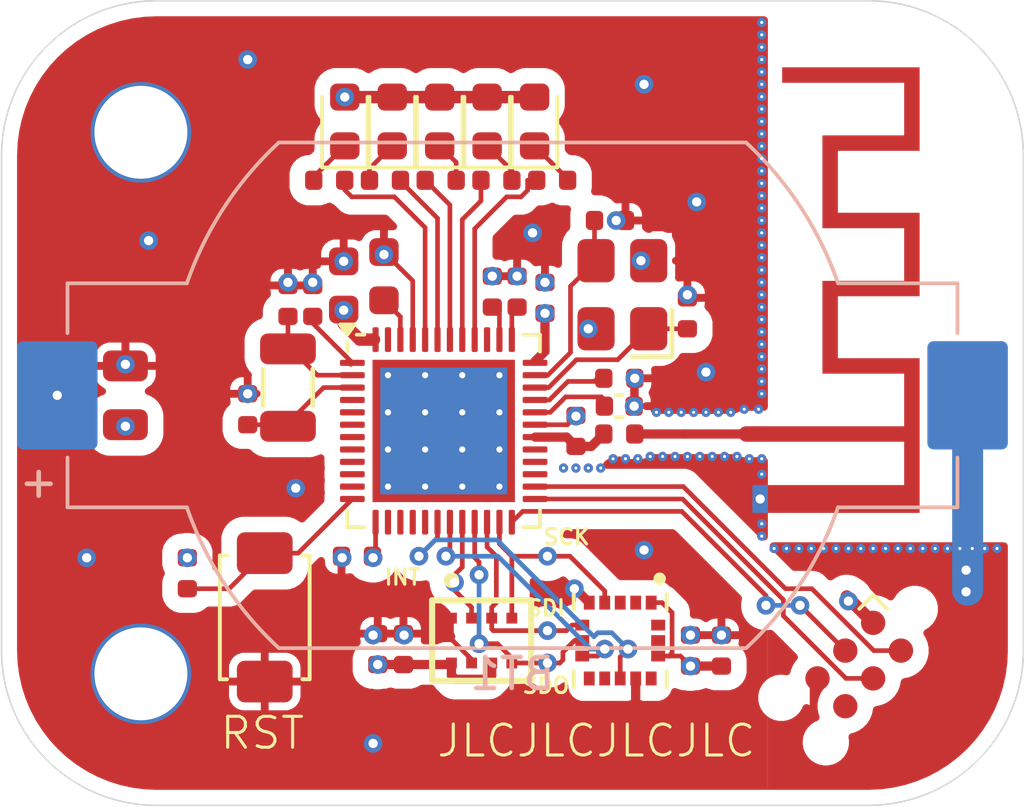
<source format=kicad_pcb>
(kicad_pcb (version 20241229) (generator "pcbnew") (generator_version "9.0")
  (layers (0 "F.Cu" signal "Top Layer") (4 "In1.Cu" signal) (6 "In2.Cu" signal) (2 "B.Cu" signal "Bottom Layer") (13 "F.Paste" user "Top Paste") (15 "B.Paste" user "Bottom Paste") (5 "F.SilkS" user "Top Overlay") (7 "B.SilkS" user "Bottom Overlay") (1 "F.Mask" user "Top Solder") (3 "B.Mask" user "Bottom Solder") (25 "Edge.Cuts" user))
  (property "ADDRESS1" "")
  (property "ADDRESS2" "")
  (property "ADDRESS3" "")
  (property "ADDRESS4" "")
  (property "DOCUMENTNUMBER" "")
  (property "DOCUMENTSIZE" "A4")
  (property "DRAWNBY" "wadeb")
  (property "ORGANIZATION" "Brainerd Race Team")
  (property "PCANAME" "Tire Sensor")
  (property "PROJECTNUMBER" "")
  (property "SHEETTOTAL" "1")
  (net 0 "")
  (net 1 "VDD_NRF")
  (net 3 "GND")
  (net 4 "/XC1")
  (net 5 "/XC2")
  (net 6 "Net-(U1-ANT)")
  (net 7 "/DEC1")
  (net 8 "/DEC2")
  (net 9 "/DEC3")
  (net 10 "/DEC4")
  (net 11 "/P0.00{slash}XL1")
  (net 12 "/P0.01{slash}XL2")
  (net 13 "/P0.25")
  (net 14 "Net-(U1-P0.26)")
  (net 15 "/SWCLK")
  (net 16 "/nRESET")
  (net 17 "/SWDIO")
  (net 18 "/RF")
  (net 19 "/SDO")
  (net 21 "/CS_DPS368")
  (net 23 "Net-(D1-K)")
  (net 26 "Net-(D2-K)")
  (net 27 "/SDI")
  (net 28 "Net-(D3-K)")
  (net 33 "/SCK")
  (net 35 "/INT_LIS3DHTR")
  (net 36 "Net-(D4-K)")
  (net 38 "/CS_LIS3DHTR")
  (net 39 "Net-(D5-K)")
  (net 52 "/LED0")
  (net 53 "/LED1")
  (net 54 "/LED2")
  (net 55 "/LED3")
  (net 56 "/LED4")
  (net 57 "/BTN")
  (footprint "PCM_JLCPCB:C_0402" (layer "F.Cu") (at 172.46656 101.290685 90)
    (property "Reference" "C13" (hide yes))
    (property "Value" "12pF" (hide yes))
  )
  (footprint "PCM_JLCPCB:R_0402" (layer "F.Cu") (at 171.79906 97.690685 180)
    (property "Reference" "R2" (hide yes))
    (property "Value" "1kΩ" (hide yes))
  )
  (footprint "PCM_JLCPCB:C_0402" (layer "F.Cu") (at 168.79656 112.840685 90)
    (property "Reference" "C18" (hide yes))
    (property "Value" "100nF" (hide yes))
  )
  (footprint "PCM_JLCPCB:C_0402" (layer "F.Cu") (at 167.29656 109.840685 180)
    (property "Reference" "C5" (hide yes))
    (property "Value" "100nF" (hide yes))
  )
  (footprint "PCM_JLCPCB:C_0402" (layer "F.Cu") (at 167.96656 112.840685 90)
    (property "Reference" "C19" (hide yes))
    (property "Value" "10uF" (hide yes))
  )
  (footprint "PCM_JLCPCB:R_0402" (layer "F.Cu") (at 161.81656 110.390685 -90)
    (property "Reference" "R6" (hide yes))
    (property "Value" "10kΩ" (hide yes))
  )
  (footprint "PCM_JLCPCB:R_0402" (layer "F.Cu") (at 169.99906 97.690685 180)
    (property "Reference" "R3" (hide yes))
    (property "Value" "1kΩ" (hide yes))
  )
  (footprint "PCM_JLCPCB:C_0402" (layer "F.Cu") (at 175.46656 98.990685)
    (property "Reference" "C2" (hide yes))
    (property "Value" "12pF" (hide yes))
  )
  (footprint "RF_Antenna:Texas_SWRA117D_2.4GHz_Left" (layer "F.Cu") (at 180.31656 105.890685 -90)
    (property "Reference" "AE1" (hide yes))
    (property "Value" "Antenna_Shield" (hide yes))
  )
  (footprint "PCM_JLCPCB:C_0402" (layer "F.Cu") (at 177.96656 101.990685 90)
    (property "Reference" "C1" (hide yes))
    (property "Value" "12pF" (hide yes))
  )
  (footprint "PCM_JLCPCB:C_0805" (layer "F.Cu") (at 159.81656 104.640685 90)
    (property "Reference" "C15" (hide yes))
    (property "Value" "47uF" (hide yes))
  )
  (footprint "PCM_JLCPCB:L_0402" (layer "F.Cu") (at 175.76656 105.890685)
    (property "Reference" "L1" (hide yes))
    (property "Value" "3.9nH" (hide yes))
  )
  (footprint "PCM_JLCPCB:C_0402" (layer "F.Cu") (at 163.76656 105.090685 -90)
    (property "Reference" "C12" (hide yes))
    (property "Value" "12pF" (hide yes))
  )
  (footprint "PCM_JLCPCB:C_0402" (layer "F.Cu") (at 165.06656 101.590685 -90)
    (property "Reference" "C11" (hide yes))
    (property "Value" "12pF" (hide yes))
  )
  (footprint "Connector:Tag-Connect_TC2030-IDC-NL_2x03_P1.27mm_Vertical" (layer "F.Cu") (at 183.515573 113.339698 -135)
    (property "Reference" "J1" (hide yes))
    (property "Value" "Conn_02x05_Odd_Even" (hide yes))
  )
  (footprint "Package_DFN_QFN:QFN-48-1EP_6x6mm_P0.4mm_EP4.6x4.6mm_ThermalVias" (layer "F.Cu") (at 170.09656 105.790685)
    (property "Reference" "U1" (hide yes))
    (property "Value" "~" (hide yes))
  )
  (footprint "PCM_JLCPCB:C_0603" (layer "F.Cu") (at 168.16656 100.790685 90)
    (property "Reference" "C10" (hide yes))
    (property "Value" "1.0uF" (hide yes))
  )
  (footprint "PCM_JLCPCB:C_0402" (layer "F.Cu") (at 174.36656 105.790685 90)
    (property "Reference" "C3" (hide yes))
    (property "Value" "0.8pf" (hide yes))
  )
  (footprint "LED_SMD:LED_0603_1608Metric" (layer "F.Cu") (at 166.90156 95.790685 90)
    (property "Reference" "D5" (hide yes))
    (property "Value" "LED" (hide yes))
  )
  (footprint "PCM_JLCPCB:C_0402" (layer "F.Cu") (at 171.66656 101.290685 90)
    (property "Reference" "C14" (hide yes))
    (property "Value" "12pF" (hide yes))
  )
  (footprint "PCM_JLCPCB:FC-135R_L3.2-W1.5" (layer "F.Cu") (at 165.06656 104.390685 90)
    (property "Reference" "X2" (hide yes))
    (property "Value" "32.768kHz" (hide yes))
  )
  (footprint "PCM_JLCPCB:R_0402" (layer "F.Cu") (at 166.39906 97.690685)
    (property "Reference" "R5" (hide yes))
    (property "Value" "1kΩ" (hide yes))
  )
  (footprint "PCM_JLCPCB:C_0402" (layer "F.Cu") (at 179.06656 112.890685 90)
    (property "Reference" "C17" (hide yes))
    (property "Value" "100nF" (hide yes))
  )
  (footprint "PCM_JLCPCB:C_0402" (layer "F.Cu") (at 175.76656 104.090685)
    (property "Reference" "C7" (hide yes))
    (property "Value" "100pF" (hide yes))
  )
  (footprint "Capacitor_SMD:C_0402_1005Metric" (layer "F.Cu") (at 175.76656 104.990685 180)
    (property "Reference" "C6" (hide yes))
    (property "Value" "N.C." (hide yes))
  )
  (footprint "PCM_JLCPCB:OSC-SMD_4P-L3.2-W2.5-BL_SIT8008BI" (layer "F.Cu") (at 175.86656 101.390685 90)
    (property "Reference" "X1" (hide yes))
    (property "Value" "32MHz" (hide yes))
  )
  (footprint "PCM_JLCPCB:C_0402" (layer "F.Cu") (at 173.36656 101.490685 90)
    (property "Reference" "C8" (hide yes))
    (property "Value" "100nF" (hide yes))
  )
  (footprint "PCM_JLCPCB:C_0603" (layer "F.Cu") (at 166.86656 101.090685 90)
    (property "Reference" "C9" (hide yes))
    (property "Value" "4.7uF" (hide yes))
  )
  (footprint "footprints:XDCR_LIS3DHTR" (layer "F.Cu") (at 175.79656 112.565685 -90)
    (property "Reference" "U3" (hide yes))
    (property "Value" "LIS3DHTR" (hide yes))
  )
  (footprint "PCM_JLCPCB:SW_TS-1088-AR02016" (layer "F.Cu") (at 164.31656 111.815685 -90)
    (property "Reference" "S1" (hide yes))
    (property "Value" "Tactile Button, 160gf" (hide yes))
  )
  (footprint "footprints:LGA8S145X65P2X4_200X250X110-V" (layer "F.Cu") (at 171.32156 112.565685)
    (property "Reference" "U2" (hide yes))
    (property "Value" "DPS368" (hide yes))
  )
  (footprint "PCM_JLCPCB:C_0402" (layer "F.Cu") (at 165.86656 101.590685 90)
    (property "Reference" "C4" (hide yes))
    (property "Value" "100nF" (hide yes))
  )
  (footprint "LED_SMD:LED_0603_1608Metric" (layer "F.Cu") (at 173.03156 95.790685 90)
    (property "Reference" "D1" (hide yes))
    (property "Value" "LED" (hide yes))
  )
  (footprint "LED_SMD:LED_0603_1608Metric" (layer "F.Cu") (at 169.96656 95.790685 90)
    (property "Reference" "D3" (hide yes))
    (property "Value" "LED" (hide yes))
  )
  (footprint "PCM_JLCPCB:R_0402" (layer "F.Cu") (at 173.59906 97.690685 180)
    (property "Reference" "R1" (hide yes))
    (property "Value" "1kΩ" (hide yes))
  )
  (footprint "LED_SMD:LED_0603_1608Metric" (layer "F.Cu") (at 168.43406 95.790685 90)
    (property "Reference" "D4" (hide yes))
    (property "Value" "LED" (hide yes))
  )
  (footprint "LED_SMD:LED_0603_1608Metric" (layer "F.Cu") (at 171.49906 95.790685 90)
    (property "Reference" "D2" (hide yes))
    (property "Value" "LED" (hide yes))
  )
  (footprint "PCM_JLCPCB:C_0402" (layer "F.Cu") (at 178.06656 112.890685 90)
    (property "Reference" "C16" (hide yes))
    (property "Value" "100nF" (hide yes))
  )
  (footprint "PCM_JLCPCB:R_0402" (layer "F.Cu") (at 168.19906 97.690685)
    (property "Reference" "R4" (hide yes))
    (property "Value" "1kΩ" (hide yes))
  )
  (footprint "Battery:BatteryHolder_Renata_SMTU2032-LF_1x2032" (layer "B.Cu") (at 172.31656 104.640685)
    (property "Reference" "BT1")
    (property "Value" "Battery_Cell" (hide yes))
  )
  (gr_arc (start 183.81656 91.890685) (mid 187.352125 93.355136) (end 188.81656 96.890685) (stroke (width 0.05)) (layer "Edge.Cuts"))
  (gr_arc (start 155.81656 96.890685) (mid 157.281029 93.355147) (end 160.81656 91.890685) (stroke (width 0.05)) (layer "Edge.Cuts"))
  (gr_line (start 160.81656 91.890685) (end 183.81656 91.890685) (stroke (width 0.05)) (layer "Edge.Cuts"))
  (gr_line (start 188.81656 96.890685) (end 188.81656 112.890685) (stroke (width 0.05)) (layer "Edge.Cuts"))
  (gr_arc (start 160.81656 117.890685) (mid 157.281057 116.426204) (end 155.81656 112.890685) (stroke (width 0.05)) (layer "Edge.Cuts"))
  (gr_arc (start 188.81656 112.890685) (mid 187.352094 116.426219) (end 183.81656 117.890685) (stroke (width 0.05)) (layer "Edge.Cuts"))
  (gr_line (start 183.81656 117.890685) (end 160.81656 117.890685) (stroke (width 0.05)) (layer "Edge.Cuts"))
  (gr_line (start 155.81656 112.890685) (end 155.81656 96.890685) (stroke (width 0.05)) (layer "Edge.Cuts"))
  (gr_text "RST" (at 162.81656 116.140685 0) (layer "F.SilkS") (effects (font (size 1 1) (thickness 0.1)) (justify left bottom)))
  (gr_text "SDO" (at 173.39656 114.310685 0) (layer "F.SilkS") (effects (font (size 0.5 0.5) (thickness 0.1) (bold yes)) (justify bottom)))
  (gr_text "INT" (at 168.76656 110.810685 0) (layer "F.SilkS") (effects (font (size 0.5 0.5) (thickness 0.1) (bold yes)) (justify bottom)))
  (gr_text "SDI" (at 173.39656 111.810685 0) (layer "F.SilkS") (effects (font (size 0.5 0.5) (thickness 0.1) (bold yes)) (justify bottom)))
  (gr_text "JLCJLCJLCJLC" (at 169.81656 116.390685 0) (layer "F.SilkS") (effects (font (size 1 1) (thickness 0.1)) (justify left bottom)))
  (gr_text "SCK" (at 174.06656 109.510685 0) (layer "F.SilkS") (effects (font (size 0.5 0.5) (thickness 0.1) (bold yes)) (justify bottom)))
  (segment (start 167.89656 109.740685) (end 167.79656 109.840685) (width 0.1524) (layer "F.Cu") (net 1))
  (segment (start 183.112611 111.140685) (end 183.964586 111.99266) (width 0.4) (layer "F.Cu") (net 1))
  (segment (start 183.128686 111.290685) (end 183.112611 111.27461) (width 0.15) (layer "F.Cu") (net 1))
  (segment (start 166.90156 95.003185) (end 173.03156 95.003185) (width 0.4) (layer "F.Cu") (net 1))
  (segment (start 170.34656 113.290685) (end 170.34656 113.692685) (width 0.3) (layer "F.Cu") (net 1))
  (segment (start 177.14856 111.340685) (end 177.47256 111.664685) (width 0.15) (layer "F.Cu") (net 1))
  (segment (start 177.37356 113.065685) (end 177.02156 113.065685) (width 0.15) (layer "F.Cu") (net 1))
  (segment (start 177.74156 113.065685) (end 178.06656 113.390685) (width 0.15) (layer "F.Cu") (net 1))
  (segment (start 173.36656 103.219685) (end 173.04656 103.539685) (width 0.3) (layer "F.Cu") (net 1))
  (segment (start 166.86656 101.870685) (end 166.86656 102.320685) (width 0.4) (layer "F.Cu") (net 1))
  (segment (start 170.34656 113.692685) (end 170.47056 113.816685) (width 0.3) (layer "F.Cu") (net 1))
  (segment (start 183.112611 111.27461) (end 183.112611 111.140685) (width 0.15) (layer "F.Cu") (net 1))
  (segment (start 170.47056 113.816685) (end 171.52256 113.816685) (width 0.3) (layer "F.Cu") (net 1))
  (segment (start 179.06656 113.390685) (end 178.06656 113.390685) (width 0.3) (layer "F.Cu") (net 1))
  (segment (start 171.64656 113.692685) (end 171.64656 113.290685) (width 0.3) (layer "F.Cu") (net 1))
  (segment (start 173.36656 101.990685) (end 173.36656 103.219685) (width 0.3) (layer "F.Cu") (net 1))
  (segment (start 166.86656 102.320685) (end 167.38656 102.840685) (width 0.4) (layer "F.Cu") (net 1))
  (segment (start 177.47256 112.966685) (end 177.37356 113.065685) (width 0.15) (layer "F.Cu") (net 1))
  (segment (start 176.79656 111.340685) (end 177.14856 111.340685) (width 0.15) (layer "F.Cu") (net 1))
  (segment (start 170.29656 113.340685) (end 170.34656 113.290685) (width 0.3) (layer "F.Cu") (net 1))
  (segment (start 177.47256 111.664685) (end 177.47256 112.966685) (width 0.15) (layer "F.Cu") (net 1))
  (segment (start 167.89656 108.740685) (end 167.89656 109.740685) (width 0.1524) (layer "F.Cu") (net 1))
  (segment (start 177.02156 113.065685) (end 177.74156 113.065685) (width 0.15) (layer "F.Cu") (net 1))
  (segment (start 171.52256 113.816685) (end 171.64656 113.692685) (width 0.3) (layer "F.Cu") (net 1))
  (segment (start 167.96656 113.340685) (end 170.29656 113.340685) (width 0.3) (layer "F.Cu") (net 1))
  (segment (start 167.38656 102.840685) (end 167.84556 102.840685) (width 0.4) (layer "F.Cu") (net 1))
  (segment (start 183.16656 111.290685) (end 183.128686 111.290685) (width 0.15) (layer "F.Cu") (net 1))
  (via (at 178.06656 113.390685) (size 0.6) (drill 0.3) (layers "F.Cu" "B.Cu") (net 1))
  (via (at 173.36656 101.990685) (size 0.6) (drill 0.3) (layers "F.Cu" "B.Cu") (net 1))
  (via (at 161.81656 109.890685) (size 0.6) (drill 0.3) (layers "F.Cu" "B.Cu") (net 1))
  (via (at 159.81656 105.640685) (size 0.6) (drill 0.3) (layers "F.Cu" "B.Cu") (net 1))
  (via (at 157.61656 104.640685) (size 0.6) (drill 0.3) (layers "F.Cu" "B.Cu") (net 1))
  (via (at 183.16656 111.290685) (size 0.6) (drill 0.3) (layers "F.Cu" "B.Cu") (net 1))
  (via (at 166.86656 101.890685) (size 0.6) (drill 0.3) (layers "F.Cu" "B.Cu") (net 1))
  (via (at 166.90156 95.003185) (size 0.6) (drill 0.3) (layers "F.Cu" "B.Cu") (net 1))
  (via (at 167.96656 113.340685) (size 0.6) (drill 0.3) (layers "F.Cu" "B.Cu") (net 1))
  (via (at 167.81656 109.890685) (size 0.6) (drill 0.3) (layers "F.Cu" "B.Cu") (net 1))
  (segment (start 158.66656 103.590685) (end 157.61656 104.640685) (width 0.15) (layer "B.Cu") (net 1))
  (segment (start 167.81656 112.390685) (end 167.86656 112.340685) (width 0.3) (layer "F.Cu") (net 3))
  (segment (start 170.34656 112.525278) (end 170.34656 111.840685) (width 0.1524) (layer "F.Cu") (net 3))
  (segment (start 167.86656 112.340685) (end 167.86656 112.270685) (width 0.3) (layer "F.Cu") (net 3))
  (segment (start 167.86656 112.270685) (end 167.79656 112.340685) (width 0.15) (layer "F.Cu") (net 3))
  (segment (start 169.09656 102.840685) (end 169.09656 100.940685) (width 0.15) (layer "F.Cu") (net 3))
  (segment (start 169.09656 100.940685) (end 168.16656 100.010685) (width 0.15) (layer "F.Cu") (net 3))
  (segment (start 174.31656 110.890685) (end 174.34656 110.890685) (width 0.15) (layer "F.Cu") (net 3))
  (segment (start 174.09156 105.590685) (end 174.36656 105.315685) (width 0.15) (layer "F.Cu") (net 3))
  (segment (start 174.16656 105.290685) (end 174.16656 105.190685) (width 0.15) (layer "F.Cu") (net 3))
  (segment (start 173.04656 105.590685) (end 174.09156 105.590685) (width 0.15) (layer "F.Cu") (net 3))
  (segment (start 174.34656 110.890685) (end 174.79656 111.340685) (width 0.3) (layer "F.Cu") (net 3))
  (segment (start 176.29656 113.790685) (end 176.29656 114.590685) (width 0.3) (layer "F.Cu") (net 3))
  (segment (start 170.99656 113.290685) (end 170.99656 113.175278) (width 0.1524) (layer "F.Cu") (net 3))
  (segment (start 170.99656 113.175278) (end 170.34656 112.525278) (width 0.1524) (layer "F.Cu") (net 3))
  (via (at 173.36656 100.990685) (size 0.6) (drill 0.3) (layers "F.Cu" "B.Cu") (net 3))
  (via (at 178.26656 98.390685) (size 0.6) (drill 0.3) (layers "F.Cu" "B.Cu") (net 3))
  (via (at 187.16656 109.590685) (size 0.3) (drill 0.1) (layers "F.Cu" "B.Cu") (net 3))
  (via (at 177.56656 106.616702) (size 0.3) (drill 0.1) (layers "F.Cu" "B.Cu") (net 3))
  (via (at 186.36656 109.590685) (size 0.3) (drill 0.1) (layers "F.Cu" "B.Cu") (net 3))
  (via (at 180.36656 96.190685) (size 0.3) (drill 0.1) (layers "F.Cu" "B.Cu") (net 3))
  (via (at 179.96656 106.690685) (size 0.3) (drill 0.1) (layers "F.Cu" "B.Cu") (net 3))
  (via (at 183.16656 109.590685) (size 0.3) (drill 0.1) (layers "F.Cu" "B.Cu") (net 3))
  (via (at 180.36656 98.990685) (size 0.3) (drill 0.1) (layers "F.Cu" "B.Cu") (net 3))
  (via (at 180.36656 100.190685) (size 0.3) (drill 0.1) (layers "F.Cu" "B.Cu") (net 3))
  (via (at 186.96656 110.990685) (size 0.6) (drill 0.3) (layers "F.Cu" "B.Cu") (net 3))
  (via (at 158.56656 109.890685) (size 0.6) (drill 0.3) (layers "F.Cu" "B.Cu") (net 3))
  (via (at 178.56656 105.190685) (size 0.3) (drill 0.1) (layers "F.Cu" "B.Cu") (net 3))
  (via (at 178.36656 106.616702) (size 0.3) (drill 0.1) (layers "F.Cu" "B.Cu") (net 3))
  (via (at 180.36656 100.990685) (size 0.3) (drill 0.1) (layers "F.Cu" "B.Cu") (net 3))
  (via (at 175.16656 106.990685) (size 0.3) (drill 0.1) (layers "F.Cu" "B.Cu") (net 3))
  (via (at 177.36656 105.190685) (size 0.3) (drill 0.1) (layers "F.Cu" "B.Cu") (net 3))
  (via (at 181.96656 109.590685) (size 0.3) (drill 0.1) (layers "F.Cu" "B.Cu") (net 3))
  (via (at 180.36656 101.790685) (size 0.3) (drill 0.1) (layers "F.Cu" "B.Cu") (net 3))
  (via (at 185.56656 109.590685) (size 0.3) (drill 0.1) (layers "F.Cu" "B.Cu") (net 3))
  (via (at 180.36656 97.390685) (size 0.3) (drill 0.1) (layers "F.Cu" "B.Cu") (net 3))
  (via (at 187.96656 109.590685) (size 0.3) (drill 0.1) (layers "F.Cu" "B.Cu") (net 3))
  (via (at 187.56656 109.590685) (size 0.3) (drill 0.1) (layers "F.Cu" "B.Cu") (net 3))
  (via (at 180.36656 102.990685) (size 0.3) (drill 0.1) (layers "F.Cu" "B.Cu") (net 3))
  (via (at 176.26656 104.090685) (size 0.6) (drill 0.3) (layers "F.Cu" "B.Cu") (net 3))
  (via (at 179.06656 112.390685) (size 0.6) (drill 0.3) (layers "F.Cu" "B.Cu") (net 3))
  (via (at 180.36656 99.790685) (size 0.3) (drill 0.1) (layers "F.Cu" "B.Cu") (net 3))
  (via (at 172.96656 99.390685) (size 0.6) (drill 0.3) (layers "F.Cu" "B.Cu") (net 3))
  (via (at 179.36656 105.190685) (size 0.3) (drill 0.1) (layers "F.Cu" "B.Cu") (net 3))
  (via (at 173.96656 106.990685) (size 0.3) (drill 0.1) (layers "F.Cu" "B.Cu") (net 3))
  (via (at 184.36656 109.590685) (size 0.3) (drill 0.1) (layers "F.Cu" "B.Cu") (net 3))
  (via (at 180.36656 108.790685) (size 0.3) (drill 0.1) (layers "F.Cu" "B.Cu") (net 3))
  (via (at 175.66656 98.990685) (size 0.6) (drill 0.3) (layers "F.Cu" "B.Cu") (net 3))
  (via (at 180.36656 107.190685) (size 0.3) (drill 0.1) (layers "F.Cu" "B.Cu") (net 3))
  (via (at 160.31656 96.140685) (size 3.25) (drill 3) (layers "F.Cu" "B.Cu") (net 3))
  (via (at 174.36656 106.990685) (size 0.3) (drill 0.1) (layers "F.Cu" "B.Cu") (net 3))
  (via (at 166.86656 100.310685) (size 0.6) (drill 0.3) (layers "F.Cu" "B.Cu") (net 3))
  (via (at 174.76656 102.490685) (size 0.6) (drill 0.3) (layers "F.Cu" "B.Cu") (net 3))
  (via (at 178.96656 105.190685) (size 0.3) (drill 0.1) (layers "F.Cu" "B.Cu") (net 3))
  (via (at 178.06656 112.390685) (size 0.6) (drill 0.3) (layers "F.Cu" "B.Cu") (net 3))
  (via (at 172.46656 100.790685) (size 0.6) (drill 0.3) (layers "F.Cu" "B.Cu") (net 3))
  (via (at 179.16656 106.616702) (size 0.3) (drill 0.1) (layers "F.Cu" "B.Cu") (net 3))
  (via (at 186.96656 110.290685) (size 0.6) (drill 0.3) (layers "F.Cu" "B.Cu") (net 3))
  (via (at 178.56656 103.890685) (size 0.6) (drill 0.3) (layers "F.Cu" "B.Cu") (net 3))
  (via (at 167.81656 115.890685) (size 0.6) (drill 0.3) (layers "F.Cu" "B.Cu") (net 3))
  (via (at 180.36656 95.790685) (size 0.3) (drill 0.1) (layers "F.Cu" "B.Cu") (net 3))
  (via (at 174.31656 110.890685) (size 0.6) (drill 0.3) (layers "F.Cu" "B.Cu") (net 3))
  (via (at 183.96656 109.590685) (size 0.3) (drill 0.1) (layers "F.Cu" "B.Cu") (net 3))
  (via (at 163.76656 93.790685) (size 0.6) (drill 0.3) (layers "F.Cu" "B.Cu") (net 3))
  (via (at 176.46656 100.290685) (size 0.6) (drill 0.3) (layers "F.Cu" "B.Cu") (net 3))
  (via (at 180.36656 100.590685) (size 0.3) (drill 0.1) (layers "F.Cu" "B.Cu") (net 3))
  (via (at 175.56656 106.690685) (size 0.3) (drill 0.1) (layers "F.Cu" "B.Cu") (net 3))
  (via (at 168.16656 100.090685) (size 0.6) (drill 0.3) (layers "F.Cu" "B.Cu") (net 3))
  (via (at 180.36656 102.590685) (size 0.3) (drill 0.1) (layers "F.Cu" "B.Cu") (net 3))
  (via (at 180.26656 105.090685) (size 0.3) (drill 0.1) (layers "F.Cu" "B.Cu") (net 3))
  (via (at 182.76656 109.590685) (size 0.3) (drill 0.1) (layers "F.Cu" "B.Cu") (net 3))
  (via (at 180.36656 95.390685) (size 0.3) (drill 0.1) (layers "F.Cu" "B.Cu") (net 3))
  (via (at 180.36656 98.190685) (size 0.3) (drill 0.1) (layers "F.Cu" "B.Cu") (net 3))
  (via (at 180.36656 103.790685) (size 0.3) (drill 0.1) (layers "F.Cu" "B.Cu") (net 3))
  (via (at 180.36656 93.390685) (size 0.3) (drill 0.1) (layers "F.Cu" "B.Cu") (net 3))
  (via (at 186.76656 109.590685) (size 0.3) (drill 0.1) (layers "F.Cu" "B.Cu") (net 3))
  (via (at 180.36656 96.590685) (size 0.3) (drill 0.1) (layers "F.Cu" "B.Cu") (net 3))
  (via (at 178.16656 105.190685) (size 0.3) (drill 0.1) (layers "F.Cu" "B.Cu") (net 3))
  (via (at 176.76656 106.616702) (size 0.3) (drill 0.1) (layers "F.Cu" "B.Cu") (net 3))
  (via (at 181.56656 109.590685) (size 0.3) (drill 0.1) (layers "F.Cu" "B.Cu") (net 3))
  (via (at 180.36656 101.390685) (size 0.3) (drill 0.1) (layers "F.Cu" "B.Cu") (net 3))
  (via (at 176.56656 109.640685) (size 0.6) (drill 0.3) (layers "F.Cu" "B.Cu") (net 3))
  (via (at 180.36656 97.790685) (size 0.3) (drill 0.1) (layers "F.Cu" "B.Cu") (net 3))
  (via (at 182.36656 109.590685) (size 0.3) (drill 0.1) (layers "F.Cu" "B.Cu") (net 3))
  (via (at 180.36656 92.990685) (size 0.3) (drill 0.1) (layers "F.Cu" "B.Cu") (net 3))
  (via (at 166.81656 109.890685) (size 0.6) (drill 0.3) (layers "F.Cu" "B.Cu") (net 3))
  (via (at 177.76656 105.190685) (size 0.3) (drill 0.1) (layers "F.Cu" "B.Cu") (net 3))
  (via (at 176.56656 94.590685) (size 0.6) (drill 0.3) (layers "F.Cu" "B.Cu") (net 3))
  (via (at 167.81656 112.390685) (size 0.6) (drill 0.3) (layers "F.Cu" "B.Cu") (net 3))
  (via (at 185.16656 109.590685) (size 0.3) (drill 0.1) (layers "F.Cu" "B.Cu") (net 3))
  (via (at 180.36656 94.190685) (size 0.3) (drill 0.1) (layers "F.Cu" "B.Cu") (net 3))
  (via (at 171.66656 100.790685) (size 0.6) (drill 0.3) (layers "F.Cu" "B.Cu") (net 3))
  (via (at 180.36656 94.990685) (size 0.3) (drill 0.1) (layers "F.Cu" "B.Cu") (net 3))
  (via (at 168.81656 112.390685) (size 0.6) (drill 0.3) (layers "F.Cu" "B.Cu") (net 3))
  (via (at 163.76656 104.590685) (size 0.6) (drill 0.3) (layers "F.Cu" "B.Cu") (net 3))
  (via (at 174.36656 105.315685) (size 0.6) (drill 0.3) (layers "F.Cu" "B.Cu") (net 3))
  (via (at 180.36656 96.990685) (size 0.3) (drill 0.1) (layers "F.Cu" "B.Cu") (net 3))
  (via (at 180.36656 94.590685) (size 0.3) (drill 0.1) (layers "F.Cu" "B.Cu") (net 3))
  (via (at 183.56656 109.590685) (size 0.3) (drill 0.1) (layers "F.Cu" "B.Cu") (net 3))
  (via (at 160.56656 99.640685) (size 0.6) (drill 0.3) (layers "F.Cu" "B.Cu") (net 3))
  (via (at 180.36656 103.390685) (size 0.3) (drill 0.1) (layers "F.Cu" "B.Cu") (net 3))
  (via (at 181.16656 109.590685) (size 0.3) (drill 0.1) (layers "F.Cu" "B.Cu") (net 3))
  (via (at 185.96656 109.590685) (size 0.3) (drill 0.1) (layers "F.Cu" "B.Cu") (net 3))
  (via (at 179.800999 105.090685) (size 0.3) (drill 0.1) (layers "F.Cu" "B.Cu") (net 3))
  (via (at 180.36656 104.190685) (size 0.3) (drill 0.1) (layers "F.Cu" "B.Cu") (net 3))
  (via (at 184.76656 109.590685) (size 0.3) (drill 0.1) (layers "F.Cu" "B.Cu") (net 3))
  (via (at 180.36656 93.790685) (size 0.3) (drill 0.1) (layers "F.Cu" "B.Cu") (net 3))
  (via (at 177.96656 101.390685) (size 0.6) (drill 0.3) (layers "F.Cu" "B.Cu") (net 3))
  (via (at 180.36656 99.390685) (size 0.3) (drill 0.1) (layers "F.Cu" "B.Cu") (net 3))
  (via (at 176.36656 106.690685) (size 0.3) (drill 0.1) (layers "F.Cu" "B.Cu") (net 3))
  (via (at 179.56656 106.616702) (size 0.3) (drill 0.1) (layers "F.Cu" "B.Cu") (net 3))
  (via (at 178.76656 106.616702) (size 0.3) (drill 0.1) (layers "F.Cu" "B.Cu") (net 3))
  (via (at 165.86656 100.990685) (size 0.6) (drill 0.3) (layers "F.Cu" "B.Cu") (net 3))
  (via (at 180.76656 109.590685) (size 0.3) (drill 0.1) (layers "F.Cu" "B.Cu") (net 3))
  (via (at 180.36656 106.690685) (size 0.3) (drill 0.1) (layers "F.Cu" "B.Cu") (net 3))
  (via (at 180.36656 92.590685) (size 0.3) (drill 0.1) (layers "F.Cu" "B.Cu") (net 3))
  (via (at 180.36656 102.190685) (size 0.3) (drill 0.1) (layers "F.Cu" "B.Cu") (net 3))
  (via (at 165.31656 107.640685) (size 0.6) (drill 0.3) (layers "F.Cu" "B.Cu") (net 3))
  (via (at 177.16656 106.616702) (size 0.3) (drill 0.1) (layers "F.Cu" "B.Cu") (net 3))
  (via (at 174.76656 106.990685) (size 0.3) (drill 0.1) (layers "F.Cu" "B.Cu") (net 3))
  (via (at 180.36656 109.190685) (size 0.3) (drill 0.1) (layers "F.Cu" "B.Cu") (net 3))
  (via (at 177.96656 106.616702) (size 0.3) (drill 0.1) (layers "F.Cu" "B.Cu") (net 3))
  (via (at 160.31656 113.640685) (size 3.25) (drill 3) (layers "F.Cu" "B.Cu") (net 3))
  (via (at 165.06656 100.990685) (size 0.6) (drill 0.3) (layers "F.Cu" "B.Cu") (net 3))
  (via (at 175.96656 106.690685) (size 0.3) (drill 0.1) (layers "F.Cu" "B.Cu") (net 3))
  (via (at 180.36656 104.590685) (size 0.3) (drill 0.1) (layers "F.Cu" "B.Cu") (net 3))
  (via (at 180.36656 98.590685) (size 0.3) (drill 0.1) (layers "F.Cu" "B.Cu") (net 3))
  (via (at 176.24656 104.990685) (size 0.6) (drill 0.3) (layers "F.Cu" "B.Cu") (net 3))
  (via (at 159.81656 103.640685) (size 0.6) (drill 0.3) (layers "F.Cu" "B.Cu") (net 3))
  (via (at 176.96656 105.190685) (size 0.3) (drill 0.1) (layers "F.Cu" "B.Cu") (net 3))
  (segment (start 187.01656 104.640685) (end 187.01656 110.940685) (width 1) (layer "B.Cu") (net 3))
  (segment (start 187.01656 110.940685) (end 186.96656 110.990685) (width 0.15) (layer "B.Cu") (net 3))
  (segment (start 174.383722 103.490685) (end 173.483722 104.390685) (width 0.15) (layer "F.Cu") (net 4))
  (segment (start 176.71656 102.490685) (end 175.71656 103.490685) (width 0.15) (layer "F.Cu") (net 4))
  (segment (start 175.71656 103.490685) (end 174.383722 103.490685) (width 0.15) (layer "F.Cu") (net 4))
  (segment (start 176.71656 102.490685) (end 177.96656 102.490685) (width 0.15) (layer "F.Cu") (net 4))
  (segment (start 173.483722 104.390685) (end 173.04656 104.390685) (width 0.15) (layer "F.Cu") (net 4))
  (segment (start 174.96656 100.240685) (end 175.01656 100.290685) (width 0.15) (layer "F.Cu") (net 5))
  (segment (start 174.19056 103.258169) (end 173.458044 103.990685) (width 0.15) (layer "F.Cu") (net 5))
  (segment (start 173.458044 103.990685) (end 173.04656 103.990685) (width 0.15) (layer "F.Cu") (net 5))
  (segment (start 174.19056 101.116685) (end 174.19056 103.258169) (width 0.15) (layer "F.Cu") (net 5))
  (segment (start 175.01656 100.290685) (end 174.19056 101.116685) (width 0.15) (layer "F.Cu") (net 5))
  (segment (start 174.96656 98.990685) (end 174.96656 100.240685) (width 0.15) (layer "F.Cu") (net 5))
  (segment (start 174.36656 106.290685) (end 174.86656 106.290685) (width 0.3) (layer "F.Cu") (net 6))
  (segment (start 173.04656 105.990685) (end 174.06656 105.990685) (width 0.3) (layer "F.Cu") (net 6))
  (segment (start 174.06656 105.990685) (end 174.36656 106.290685) (width 0.3) (layer "F.Cu") (net 6))
  (segment (start 174.86656 106.290685) (end 175.26656 105.890685) (width 0.3) (layer "F.Cu") (net 6))
  (segment (start 167.09656 103.640685) (end 167.14656 103.590685) (width 0.15) (layer "F.Cu") (net 7))
  (segment (start 165.86656 102.310685) (end 167.14656 103.590685) (width 0.15) (layer "F.Cu") (net 7))
  (segment (start 165.86656 101.990685) (end 165.86656 102.310685) (width 0.15) (layer "F.Cu") (net 7))
  (segment (start 173.535078 105.190685) (end 174.035078 104.690685) (width 0.15) (layer "F.Cu") (net 8))
  (segment (start 174.035078 104.690685) (end 175.18656 104.690685) (width 0.15) (layer "F.Cu") (net 8))
  (segment (start 173.04656 105.190685) (end 173.535078 105.190685) (width 0.15) (layer "F.Cu") (net 8))
  (segment (start 175.18656 104.690685) (end 175.28656 104.790685) (width 0.15) (layer "F.Cu") (net 8))
  (segment (start 174.96656 104.190685) (end 175.26656 103.890685) (width 0.15) (layer "F.Cu") (net 9))
  (segment (start 173.04656 104.790685) (end 173.5094 104.790685) (width 0.15) (layer "F.Cu") (net 9))
  (segment (start 173.5094 104.790685) (end 174.1094 104.190685) (width 0.15) (layer "F.Cu") (net 9))
  (segment (start 174.1094 104.190685) (end 174.96656 104.190685) (width 0.15) (layer "F.Cu") (net 9))
  (segment (start 168.69656 102.100685) (end 168.69656 102.840685) (width 0.15) (layer "F.Cu") (net 10))
  (segment (start 168.16656 101.570685) (end 168.69656 102.100685) (width 0.15) (layer "F.Cu") (net 10))
  (segment (start 167.14656 103.990685) (end 166.01656 103.990685) (width 0.15) (layer "F.Cu") (net 11))
  (segment (start 165.06656 101.990685) (end 165.06656 103.140685) (width 0.15) (layer "F.Cu") (net 11))
  (segment (start 166.01656 103.990685) (end 165.06656 103.040685) (width 0.15) (layer "F.Cu") (net 11))
  (segment (start 165.01656 105.590685) (end 165.06656 105.540685) (width 0.15) (layer "F.Cu") (net 12))
  (segment (start 166.21656 104.390685) (end 165.06656 105.540685) (width 0.15) (layer "F.Cu") (net 12))
  (segment (start 163.76656 105.590685) (end 165.01656 105.590685) (width 0.15) (layer "F.Cu") (net 12))
  (segment (start 167.14656 104.390685) (end 166.21656 104.390685) (width 0.15) (layer "F.Cu") (net 12))
  (segment (start 172.29656 102.840685) (end 172.29656 101.960685) (width 0.15) (layer "F.Cu") (net 13))
  (segment (start 172.29656 101.960685) (end 172.46656 101.790685) (width 0.15) (layer "F.Cu") (net 13))
  (segment (start 171.89656 102.840685) (end 171.89656 102.020685) (width 0.15) (layer "F.Cu") (net 14))
  (segment (start 171.89656 102.020685) (end 171.66656 101.790685) (width 0.15) (layer "F.Cu") (net 14))
  (segment (start 183.088197 113.788711) (end 183.964586 113.788711) (width 0.15) (layer "F.Cu") (net 15))
  (segment (start 177.809138 107.990685) (end 181.06656 111.248107) (width 0.15) (layer "F.Cu") (net 15))
  (segment (start 181.06656 111.248107) (end 181.06656 111.767074) (width 0.15) (layer "F.Cu") (net 15))
  (segment (start 181.06656 111.767074) (end 183.088197 113.788711) (width 0.15) (layer "F.Cu") (net 15))
  (segment (start 173.04656 107.990685) (end 177.809138 107.990685) (width 0.15) (layer "F.Cu") (net 15))
  (segment (start 172.64656 108.390685) (end 177.78346 108.390685) (width 0.15) (layer "F.Cu") (net 16))
  (segment (start 172.29656 108.740685) (end 172.64656 108.390685) (width 0.15) (layer "F.Cu") (net 16))
  (segment (start 180.504117 111.111342) (end 180.504117 111.428128) (width 0.15) (layer "F.Cu") (net 16))
  (segment (start 181.604003 111.428128) (end 183.06656 112.890685) (width 0.15) (layer "F.Cu") (net 16))
  (segment (start 177.78346 108.390685) (end 180.504117 111.111342) (width 0.15) (layer "F.Cu") (net 16))
  (via (at 180.504117 111.428128) (size 0.6) (drill 0.3) (layers "F.Cu" "B.Cu") (net 16))
  (via (at 181.604003 111.428128) (size 0.6) (drill 0.3) (layers "F.Cu" "B.Cu") (net 16))
  (segment (start 181.604003 111.428128) (end 180.504117 111.428128) (width 0.15) (layer "B.Cu") (net 16))
  (segment (start 183.986222 112.890685) (end 184.862611 112.890685) (width 0.15) (layer "F.Cu") (net 17))
  (segment (start 177.834815 107.590685) (end 181.134815 110.890685) (width 0.15) (layer "F.Cu") (net 17))
  (segment (start 181.986222 110.890685) (end 183.986222 112.890685) (width 0.15) (layer "F.Cu") (net 17))
  (segment (start 173.04656 107.590685) (end 177.834815 107.590685) (width 0.15) (layer "F.Cu") (net 17))
  (segment (start 181.134815 110.890685) (end 181.986222 110.890685) (width 0.15) (layer "F.Cu") (net 17))
  (segment (start 179.86656 105.890685) (end 177.88906 105.890685) (width 0.3) (layer "F.Cu") (net 18))
  (segment (start 180.31656 105.890685) (end 179.86656 105.890685) (width 0.5) (layer "F.Cu") (net 18))
  (segment (start 176.19656 105.890685) (end 177.88906 105.890685) (width 0.3) (layer "F.Cu") (net 18))
  (segment (start 171.238516 110.030194) (end 171.09656 109.888238) (width 0.1524) (layer "F.Cu") (net 19))
  (segment (start 173.44656 113.290685) (end 173.84656 113.290685) (width 0.1524) (layer "F.Cu") (net 19))
  (segment (start 171.238516 110.440685) (end 171.238516 110.030194) (width 0.1524) (layer "F.Cu") (net 19))
  (segment (start 171.833341 112.668266) (end 172.29656 113.131485) (width 0.1524) (layer "F.Cu") (net 19))
  (segment (start 173.94656 113.190685) (end 173.94656 112.940685) (width 0.1524) (layer "F.Cu") (net 19))
  (segment (start 172.29656 113.131485) (end 172.29656 113.290685) (width 0.1524) (layer "F.Cu") (net 19))
  (segment (start 173.84656 113.290685) (end 173.94656 113.190685) (width 0.1524) (layer "F.Cu") (net 19))
  (segment (start 171.238516 112.668266) (end 171.833341 112.668266) (width 0.1524) (layer "F.Cu") (net 19))
  (segment (start 172.29656 113.290685) (end 173.44656 113.290685) (width 0.1524) (layer "F.Cu") (net 19))
  (segment (start 174.32156 112.565685) (end 174.57156 112.565685) (width 0.1524) (layer "F.Cu") (net 19))
  (segment (start 173.94656 112.940685) (end 174.32156 112.565685) (width 0.1524) (layer "F.Cu") (net 19))
  (segment (start 171.09656 109.888238) (end 171.09656 108.740685) (width 0.1524) (layer "F.Cu") (net 19))
  (via (at 171.238516 112.668266) (size 0.6) (drill 0.3) (layers "F.Cu" "B.Cu") (net 19))
  (via (at 171.238516 110.440685) (size 0.6) (drill 0.3) (layers "F.Cu" "B.Cu") (net 19))
  (via (at 173.44656 113.290685) (size 0.6) (drill 0.3) (layers "F.Cu" "B.Cu") (net 19))
  (segment (start 171.238516 110.440685) (end 171.238516 112.668266) (width 0.1524) (layer "B.Cu") (net 19))
  (segment (start 170.44656 110.690685) (end 170.44656 110.940685) (width 0.1524) (layer "F.Cu") (net 21))
  (segment (start 170.44656 110.440685) (end 170.44656 110.690685) (width 0.1524) (layer "F.Cu") (net 21))
  (segment (start 170.44656 110.940685) (end 170.99656 111.490685) (width 0.1524) (layer "F.Cu") (net 21))
  (segment (start 170.69656 110.190685) (end 170.44656 110.440685) (width 0.1524) (layer "F.Cu") (net 21))
  (segment (start 170.99656 111.490685) (end 170.99656 111.840685) (width 0.1524) (layer "F.Cu") (net 21))
  (segment (start 170.69656 108.740685) (end 170.69656 110.190685) (width 0.1524) (layer "F.Cu") (net 21))
  (via (at 170.44656 110.690685) (size 0.6) (drill 0.3) (layers "F.Cu" "B.Cu") (net 21))
  (segment (start 174.09906 97.645685) (end 173.03156 96.578185) (width 0.15) (layer "F.Cu") (net 23))
  (segment (start 174.09906 97.690685) (end 174.09906 97.645685) (width 0.15) (layer "F.Cu") (net 23))
  (segment (start 172.29906 97.690685) (end 172.29906 97.378185) (width 0.15) (layer "F.Cu") (net 26))
  (segment (start 172.29906 97.378185) (end 171.49906 96.578185) (width 0.15) (layer "F.Cu") (net 26))
  (segment (start 171.49656 108.740685) (end 171.49656 109.540685) (width 0.1524) (layer "F.Cu") (net 27))
  (segment (start 173.44656 112.245285) (end 174.06236 112.245285) (width 0.1524) (layer "F.Cu") (net 27))
  (segment (start 171.64656 112.190685) (end 171.70116 112.245285) (width 0.1524) (layer "F.Cu") (net 27))
  (segment (start 171.64656 111.490685) (end 171.64656 111.840685) (width 0.1524) (layer "F.Cu") (net 27))
  (segment (start 174.24196 112.065685) (end 174.57156 112.065685) (width 0.1524) (layer "F.Cu") (net 27))
  (segment (start 174.06236 112.245285) (end 174.24196 112.065685) (width 0.1524) (layer "F.Cu") (net 27))
  (segment (start 171.79656 109.840685) (end 171.79656 111.340685) (width 0.1524) (layer "F.Cu") (net 27))
  (segment (start 171.64656 111.840685) (end 171.64656 112.190685) (width 0.1524) (layer "F.Cu") (net 27))
  (segment (start 171.79656 111.340685) (end 171.64656 111.490685) (width 0.1524) (layer "F.Cu") (net 27))
  (segment (start 171.70116 112.245285) (end 173.44656 112.245285) (width 0.1524) (layer "F.Cu") (net 27))
  (segment (start 171.49656 109.540685) (end 171.79656 109.840685) (width 0.1524) (layer "F.Cu") (net 27))
  (via (at 173.44656 112.245285) (size 0.6) (drill 0.3) (layers "F.Cu" "B.Cu") (net 27))
  (segment (start 170.49906 97.110685) (end 169.96656 96.578185) (width 0.15) (layer "F.Cu") (net 28))
  (segment (start 170.49906 97.690685) (end 170.49906 97.110685) (width 0.15) (layer "F.Cu") (net 28))
  (segment (start 174.17396 109.840685) (end 175.29656 110.963285) (width 0.1524) (layer "F.Cu") (net 33))
  (segment (start 173.44656 109.840685) (end 174.17396 109.840685) (width 0.1524) (layer "F.Cu") (net 33))
  (segment (start 172.29656 109.840685) (end 172.29656 110.840685) (width 0.1524) (layer "F.Cu") (net 33))
  (segment (start 171.89656 108.740685) (end 171.89656 109.440685) (width 0.1524) (layer "F.Cu") (net 33))
  (segment (start 172.29656 109.840685) (end 173.44656 109.840685) (width 0.1524) (layer "F.Cu") (net 33))
  (segment (start 175.29656 110.963285) (end 175.29656 111.340685) (width 0.1524) (layer "F.Cu") (net 33))
  (segment (start 171.89656 109.440685) (end 172.29656 109.840685) (width 0.1524) (layer "F.Cu") (net 33))
  (segment (start 172.29656 110.840685) (end 172.29656 111.840685) (width 0.1524) (layer "F.Cu") (net 33))
  (via (at 173.44656 109.840685) (size 0.6) (drill 0.3) (layers "F.Cu" "B.Cu") (net 33))
  (segment (start 175.79656 113.093088) (end 175.79656 113.790685) (width 0.1524) (layer "F.Cu") (net 35))
  (segment (start 176.048963 112.840685) (end 175.79656 113.093088) (width 0.1524) (layer "F.Cu") (net 35))
  (segment (start 169.89656 109.240685) (end 169.29656 109.840685) (width 0.1524) (layer "F.Cu") (net 35))
  (segment (start 169.89656 108.740685) (end 169.89656 109.240685) (width 0.1524) (layer "F.Cu") (net 35))
  (via (at 176.048963 112.840685) (size 0.6) (drill 0.3) (layers "F.Cu" "B.Cu") (net 35))
  (via (at 169.29656 109.840685) (size 0.6) (drill 0.3) (layers "F.Cu" "B.Cu") (net 35))
  (segment (start 174.94656 112.440685) (end 175.07376 112.313485) (width 0.1524) (layer "B.Cu") (net 35))
  (segment (start 169.29656 109.840685) (end 169.82376 109.313485) (width 0.1524) (layer "B.Cu") (net 35))
  (segment (start 169.82376 109.313485) (end 171.81936 109.313485) (width 0.1524) (layer "B.Cu") (net 35))
  (segment (start 175.07376 112.313485) (end 175.521763 112.313485) (width 0.1524) (layer "B.Cu") (net 35))
  (segment (start 175.521763 112.313485) (end 176.048963 112.840685) (width 0.1524) (layer "B.Cu") (net 35))
  (segment (start 171.81936 109.313485) (end 174.94656 112.440685) (width 0.1524) (layer "B.Cu") (net 35))
  (segment (start 167.69906 97.313185) (end 168.43406 96.578185) (width 0.15) (layer "F.Cu") (net 36))
  (segment (start 167.69906 97.690685) (end 167.69906 97.313185) (width 0.15) (layer "F.Cu") (net 36))
  (segment (start 175.29656 112.840685) (end 175.07156 113.065685) (width 0.1524) (layer "F.Cu") (net 38))
  (segment (start 170.29656 108.740685) (end 170.29656 109.712085) (width 0.1524) (layer "F.Cu") (net 38))
  (segment (start 175.07156 113.065685) (end 174.57156 113.065685) (width 0.1524) (layer "F.Cu") (net 38))
  (segment (start 170.29656 109.712085) (end 170.16796 109.840685) (width 0.1524) (layer "F.Cu") (net 38))
  (via (at 170.16796 109.840685) (size 0.6) (drill 0.3) (layers "F.Cu" "B.Cu") (net 38))
  (via (at 175.29656 112.840685) (size 0.6) (drill 0.3) (layers "F.Cu" "B.Cu") (net 38))
  (segment (start 174.84656 112.840685) (end 175.29656 112.840685) (width 0.1524) (layer "B.Cu") (net 38))
  (segment (start 171.84656 109.840685) (end 174.84656 112.840685) (width 0.1524) (layer "B.Cu") (net 38))
  (segment (start 170.16796 109.840685) (end 171.84656 109.840685) (width 0.1524) (layer "B.Cu") (net 38))
  (segment (start 170.16796 109.840685) (end 170.26796 109.940685) (width 0.1524) (layer "B.Cu") (net 38))
  (segment (start 165.89906 97.580685) (end 166.90156 96.578185) (width 0.15) (layer "F.Cu") (net 39))
  (segment (start 165.89906 97.690685) (end 165.89906 97.580685) (width 0.15) (layer "F.Cu") (net 39))
  (segment (start 171.09656 99.260685) (end 172.13056 98.226685) (width 0.15) (layer "F.Cu") (net 52))
  (segment (start 171.09656 102.840685) (end 171.09656 99.260685) (width 0.15) (layer "F.Cu") (net 52))
  (segment (start 172.80506 98.016167) (end 172.80506 97.690685) (width 0.15) (layer "F.Cu") (net 52))
  (segment (start 172.80506 97.690685) (end 173.09906 97.690685) (width 0.15) (layer "F.Cu") (net 52))
  (segment (start 172.594542 98.226685) (end 172.80506 98.016167) (width 0.15) (layer "F.Cu") (net 52))
  (segment (start 172.13056 98.226685) (end 172.594542 98.226685) (width 0.15) (layer "F.Cu") (net 52))
  (segment (start 171.29906 98.358185) (end 171.29906 97.690685) (width 0.15) (layer "F.Cu") (net 53))
  (segment (start 170.69656 98.960685) (end 171.29906 98.358185) (width 0.15) (layer "F.Cu") (net 53))
  (segment (start 170.69656 102.840685) (end 170.69656 98.960685) (width 0.15) (layer "F.Cu") (net 53))
  (segment (start 170.29656 102.840685) (end 170.29656 98.488185) (width 0.15) (layer "F.Cu") (net 54))
  (segment (start 170.29656 98.488185) (end 169.49906 97.690685) (width 0.15) (layer "F.Cu") (net 54))
  (segment (start 169.89656 102.840685) (end 169.89656 98.919667) (width 0.15) (layer "F.Cu") (net 55))
  (segment (start 169.89656 98.919667) (end 168.69906 97.722167) (width 0.15) (layer "F.Cu") (net 55))
  (segment (start 168.69906 97.722167) (end 168.69906 97.690685) (width 0.15) (layer "F.Cu") (net 55))
  (segment (start 166.89906 98.000684) (end 166.89906 97.690685) (width 0.15) (layer "F.Cu") (net 56))
  (segment (start 169.49656 99.220685) (end 168.50256 98.226685) (width 0.15) (layer "F.Cu") (net 56))
  (segment (start 167.125061 98.226685) (end 166.89906 98.000684) (width 0.15) (layer "F.Cu") (net 56))
  (segment (start 169.49656 102.840685) (end 169.49656 99.220685) (width 0.15) (layer "F.Cu") (net 56))
  (segment (start 168.50256 98.226685) (end 167.125061 98.226685) (width 0.15) (layer "F.Cu") (net 56))
  (segment (start 163.16656 110.890685) (end 164.31656 109.740685) (width 0.15) (layer "F.Cu") (net 57))
  (segment (start 164.31656 109.740685) (end 165.39656 109.740685) (width 0.15) (layer "F.Cu") (net 57))
  (segment (start 161.81656 110.890685) (end 163.16656 110.890685) (width 0.15) (layer "F.Cu") (net 57))
  (segment (start 165.39656 109.740685) (end 167.14656 107.990685) (width 0.15) (layer "F.Cu") (net 57))
  (zone (net 3) (net_name "GND") (layer "F.Cu") (priority 1) (connect_pads (clearance 0.5)) (min_thickness 0.25) (fill yes (thermal_gap 0.5) (thermal_bridge_width 0.5))
    (polygon (pts (xy 188.81656 117.890685) (xy 188.81656 109.390685) (xy 180.56656 109.390685) (xy 180.56656 117.890685)))
  )
  (zone (net 3) (net_name "GND") (layer "F.Cu") (priority 1002) (connect_pads (clearance 0.5)) (min_thickness 0.25) (fill yes (thermal_gap 0.254) (thermal_bridge_width 0.254))
    (polygon (pts (xy 155.81656 91.890685) (xy 155.81656 117.890685) (xy 180.56656 117.890685) (xy 180.56656 91.890685)))
  )
)
</source>
